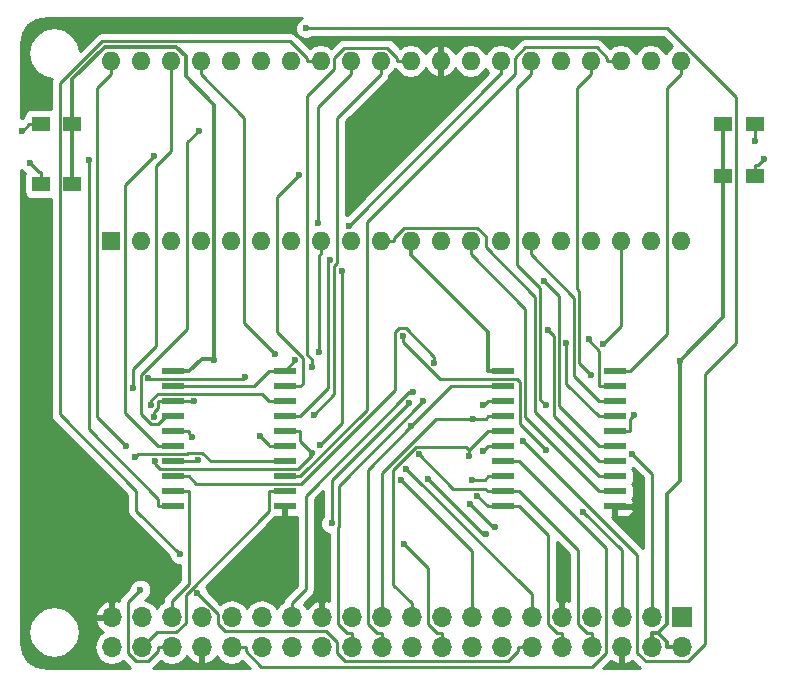
<source format=gbr>
G04 #@! TF.FileFunction,Copper,L2,Bot,Signal*
%FSLAX46Y46*%
G04 Gerber Fmt 4.6, Leading zero omitted, Abs format (unit mm)*
G04 Created by KiCad (PCBNEW 4.0.7) date 01/21/18 10:34:35*
%MOMM*%
%LPD*%
G01*
G04 APERTURE LIST*
%ADD10C,0.100000*%
%ADD11R,1.700000X1.700000*%
%ADD12O,1.700000X1.700000*%
%ADD13R,1.600000X1.600000*%
%ADD14O,1.600000X1.600000*%
%ADD15R,1.500000X1.300000*%
%ADD16R,1.950000X0.600000*%
%ADD17C,0.600000*%
%ADD18C,0.350000*%
%ADD19C,0.250000*%
%ADD20C,0.254000*%
G04 APERTURE END LIST*
D10*
D11*
X149454000Y-112878000D03*
D12*
X149454000Y-115418000D03*
X146914000Y-112878000D03*
X146914000Y-115418000D03*
X144374000Y-112878000D03*
X144374000Y-115418000D03*
X141834000Y-112878000D03*
X141834000Y-115418000D03*
X139294000Y-112878000D03*
X139294000Y-115418000D03*
X136754000Y-112878000D03*
X136754000Y-115418000D03*
X134214000Y-112878000D03*
X134214000Y-115418000D03*
X131674000Y-112878000D03*
X131674000Y-115418000D03*
X129134000Y-112878000D03*
X129134000Y-115418000D03*
X126594000Y-112878000D03*
X126594000Y-115418000D03*
X124054000Y-112878000D03*
X124054000Y-115418000D03*
X121514000Y-112878000D03*
X121514000Y-115418000D03*
X118974000Y-112878000D03*
X118974000Y-115418000D03*
X116434000Y-112878000D03*
X116434000Y-115418000D03*
X113894000Y-112878000D03*
X113894000Y-115418000D03*
X111354000Y-112878000D03*
X111354000Y-115418000D03*
X108814000Y-112878000D03*
X108814000Y-115418000D03*
X106274000Y-112878000D03*
X106274000Y-115418000D03*
X103734000Y-112878000D03*
X103734000Y-115418000D03*
X101194000Y-112878000D03*
X101194000Y-115418000D03*
D13*
X101092000Y-81026000D03*
D14*
X149352000Y-65786000D03*
X103632000Y-81026000D03*
X146812000Y-65786000D03*
X106172000Y-81026000D03*
X144272000Y-65786000D03*
X108712000Y-81026000D03*
X141732000Y-65786000D03*
X111252000Y-81026000D03*
X139192000Y-65786000D03*
X113792000Y-81026000D03*
X136652000Y-65786000D03*
X116332000Y-81026000D03*
X134112000Y-65786000D03*
X118872000Y-81026000D03*
X131572000Y-65786000D03*
X121412000Y-81026000D03*
X129032000Y-65786000D03*
X123952000Y-81026000D03*
X126492000Y-65786000D03*
X126492000Y-81026000D03*
X123952000Y-65786000D03*
X129032000Y-81026000D03*
X121412000Y-65786000D03*
X131572000Y-81026000D03*
X118872000Y-65786000D03*
X134112000Y-81026000D03*
X116332000Y-65786000D03*
X136652000Y-81026000D03*
X113792000Y-65786000D03*
X139192000Y-81026000D03*
X111252000Y-65786000D03*
X141732000Y-81026000D03*
X108712000Y-65786000D03*
X144272000Y-81026000D03*
X106172000Y-65786000D03*
X146812000Y-81026000D03*
X103632000Y-65786000D03*
X149352000Y-81026000D03*
X101092000Y-65786000D03*
D15*
X97870000Y-76200000D03*
X95170000Y-76200000D03*
X97870000Y-71120000D03*
X95170000Y-71120000D03*
X152955000Y-71120000D03*
X155655000Y-71120000D03*
X152955000Y-75565000D03*
X155655000Y-75565000D03*
D16*
X143765000Y-92075000D03*
X143765000Y-93345000D03*
X143765000Y-94615000D03*
X143765000Y-95885000D03*
X143765000Y-97155000D03*
X143765000Y-98425000D03*
X143765000Y-99695000D03*
X143765000Y-100965000D03*
X143765000Y-102235000D03*
X143765000Y-103505000D03*
X134365000Y-103505000D03*
X134365000Y-102235000D03*
X134365000Y-100965000D03*
X134365000Y-99695000D03*
X134365000Y-98425000D03*
X134365000Y-97155000D03*
X134365000Y-95885000D03*
X134365000Y-94615000D03*
X134365000Y-93345000D03*
X134365000Y-92075000D03*
X115825000Y-92075000D03*
X115825000Y-93345000D03*
X115825000Y-94615000D03*
X115825000Y-95885000D03*
X115825000Y-97155000D03*
X115825000Y-98425000D03*
X115825000Y-99695000D03*
X115825000Y-100965000D03*
X115825000Y-102235000D03*
X115825000Y-103505000D03*
X106425000Y-103505000D03*
X106425000Y-102235000D03*
X106425000Y-100965000D03*
X106425000Y-99695000D03*
X106425000Y-98425000D03*
X106425000Y-97155000D03*
X106425000Y-95885000D03*
X106425000Y-94615000D03*
X106425000Y-93345000D03*
X106425000Y-92075000D03*
D17*
X149291800Y-91163100D03*
X109893100Y-91064500D03*
X145257200Y-99059700D03*
X141130200Y-103933300D03*
X127225600Y-99100900D03*
X132162700Y-102634600D03*
X126131600Y-100293900D03*
X107968700Y-97631200D03*
X108443000Y-110851700D03*
X108459600Y-99606600D03*
X118132800Y-98974000D03*
X125656000Y-101280900D03*
X104862400Y-99693300D03*
X104528400Y-94924100D03*
X116715200Y-91147100D03*
X126326500Y-94760700D03*
X119804300Y-104938600D03*
X125940600Y-106688400D03*
X131479100Y-99273900D03*
X131770700Y-96093400D03*
X112477200Y-92523200D03*
X104290800Y-92645500D03*
X126564700Y-96704400D03*
X132628000Y-98845100D03*
X132642900Y-94948700D03*
X127580500Y-94594800D03*
X126694000Y-93803700D03*
X131656100Y-101229400D03*
X108125500Y-94599100D03*
X104786000Y-95919800D03*
X103627300Y-110541900D03*
X103182100Y-99297700D03*
X141762500Y-92355700D03*
X137925500Y-98734400D03*
X125822700Y-89063400D03*
X137923600Y-94948700D03*
X137801100Y-84405600D03*
X119655800Y-82636900D03*
X121263200Y-79722400D03*
X145409000Y-95797500D03*
X118772400Y-90466700D03*
X108544800Y-71677600D03*
X138096600Y-88569000D03*
X118172200Y-91718500D03*
X118291800Y-95763900D03*
X139695100Y-89661800D03*
X118806500Y-98314000D03*
X120709000Y-83590000D03*
X118622400Y-79536600D03*
X106967300Y-107564000D03*
X141601200Y-89300400D03*
X131554200Y-103293700D03*
X133670200Y-105215000D03*
X127984900Y-101190100D03*
X132896500Y-105817500D03*
X136031900Y-97941200D03*
X117631900Y-62996700D03*
X115029300Y-90560000D03*
X128495800Y-91332900D03*
X142748600Y-89710000D03*
X102957800Y-93453900D03*
X102432600Y-98394600D03*
X113739300Y-97514500D03*
X99241500Y-74169300D03*
X117012100Y-75480300D03*
X104746300Y-73863400D03*
X94249000Y-74400700D03*
X93620800Y-71759600D03*
X155623100Y-72583500D03*
X156398800Y-74083200D03*
D18*
X152955000Y-71120000D02*
X152955000Y-75565000D01*
X146914000Y-115418000D02*
X146914000Y-114192700D01*
X152955000Y-75565000D02*
X152955000Y-76590300D01*
X152955000Y-87499900D02*
X149291800Y-91163100D01*
X152955000Y-76590300D02*
X152955000Y-87499900D01*
X149454000Y-115418000D02*
X148228700Y-115418000D01*
X148228700Y-114999600D02*
X148228700Y-115418000D01*
X147421800Y-114192700D02*
X148228700Y-114999600D01*
X147421800Y-114192700D02*
X146914000Y-114192700D01*
X149291800Y-101356000D02*
X149291800Y-91163100D01*
X148178200Y-102469600D02*
X149291800Y-101356000D01*
X148178200Y-113436300D02*
X148178200Y-102469600D01*
X147421800Y-114192700D02*
X148178200Y-113436300D01*
X133014700Y-88724000D02*
X133014700Y-92075000D01*
X126492000Y-82201300D02*
X133014700Y-88724000D01*
X126492000Y-81026000D02*
X126492000Y-82201300D01*
X134365000Y-92075000D02*
X133014700Y-92075000D01*
X97870000Y-76200000D02*
X97870000Y-75174700D01*
X97870000Y-71120000D02*
X97870000Y-75174700D01*
X106425000Y-92075000D02*
X107775300Y-92075000D01*
X108826700Y-91023600D02*
X107775300Y-92075000D01*
X109852200Y-91023600D02*
X108826700Y-91023600D01*
X109893000Y-90982800D02*
X109852200Y-91023600D01*
X109893000Y-69552300D02*
X109893000Y-90982800D01*
X107442000Y-67101300D02*
X109893000Y-69552300D01*
X107442000Y-65388900D02*
X107442000Y-67101300D01*
X106660500Y-64607400D02*
X107442000Y-65388900D01*
X100597300Y-64607400D02*
X106660500Y-64607400D01*
X97870000Y-67334700D02*
X100597300Y-64607400D01*
X97870000Y-71120000D02*
X97870000Y-67334700D01*
X109852200Y-91023600D02*
X109893100Y-91064500D01*
D19*
X146914000Y-100716500D02*
X145257200Y-99059700D01*
X146914000Y-111702700D02*
X146914000Y-100716500D01*
X146914000Y-112878000D02*
X146914000Y-111702700D01*
X144374000Y-107177100D02*
X144374000Y-112878000D01*
X141130200Y-103933300D02*
X144374000Y-107177100D01*
X134365000Y-102235000D02*
X135665300Y-102235000D01*
X141834000Y-115418000D02*
X141834000Y-114242700D01*
X141466600Y-114242700D02*
X141834000Y-114242700D01*
X140658700Y-113434800D02*
X141466600Y-114242700D01*
X140658700Y-107228400D02*
X140658700Y-113434800D01*
X135665300Y-102235000D02*
X140658700Y-107228400D01*
X130120700Y-101996000D02*
X127225600Y-99100900D01*
X132825700Y-101996000D02*
X130120700Y-101996000D01*
X133064700Y-102235000D02*
X132825700Y-101996000D01*
X134365000Y-102235000D02*
X133064700Y-102235000D01*
X139294000Y-115418000D02*
X139294000Y-114242700D01*
X138926600Y-114242700D02*
X139294000Y-114242700D01*
X138118700Y-113434800D02*
X138926600Y-114242700D01*
X138118700Y-105958400D02*
X138118700Y-113434800D01*
X135665300Y-103505000D02*
X138118700Y-105958400D01*
X134365000Y-103505000D02*
X135665300Y-103505000D01*
X133033100Y-103505000D02*
X134365000Y-103505000D01*
X132162700Y-102634600D02*
X133033100Y-103505000D01*
X107725300Y-97387800D02*
X107968700Y-97631200D01*
X107725300Y-97155000D02*
X107725300Y-97387800D01*
X106425000Y-97155000D02*
X107725300Y-97155000D01*
X136754000Y-110916300D02*
X126131600Y-100293900D01*
X136754000Y-112878000D02*
X136754000Y-110916300D01*
X135578700Y-115785400D02*
X135578700Y-115418000D01*
X134770800Y-116593300D02*
X135578700Y-115785400D01*
X120961600Y-116593300D02*
X134770800Y-116593300D01*
X120244000Y-115875700D02*
X120961600Y-116593300D01*
X120244000Y-114952800D02*
X120244000Y-115875700D01*
X119369400Y-114078200D02*
X120244000Y-114952800D01*
X110794600Y-114078200D02*
X119369400Y-114078200D01*
X110178600Y-113462200D02*
X110794600Y-114078200D01*
X110178600Y-112580300D02*
X110178600Y-113462200D01*
X108450000Y-110851700D02*
X110178600Y-112580300D01*
X108443000Y-110851700D02*
X108450000Y-110851700D01*
X136754000Y-115418000D02*
X135578700Y-115418000D01*
X108371200Y-99695000D02*
X108459600Y-99606600D01*
X106425000Y-99695000D02*
X108371200Y-99695000D01*
X131674000Y-107298900D02*
X125656000Y-101280900D01*
X131674000Y-112878000D02*
X131674000Y-107298900D01*
X104862400Y-99875700D02*
X104862400Y-99693300D01*
X105307100Y-100320400D02*
X104862400Y-99875700D01*
X116959800Y-100320400D02*
X105307100Y-100320400D01*
X118132800Y-99147400D02*
X116959800Y-100320400D01*
X118132800Y-98974000D02*
X118132800Y-99147400D01*
X117125300Y-97966500D02*
X118132800Y-98974000D01*
X117125300Y-97155000D02*
X117125300Y-97966500D01*
X115825000Y-97155000D02*
X117125300Y-97155000D01*
X104528400Y-94520200D02*
X104528400Y-94924100D01*
X105078200Y-93970400D02*
X104528400Y-94520200D01*
X113880100Y-93970400D02*
X105078200Y-93970400D01*
X114524700Y-94615000D02*
X113880100Y-93970400D01*
X115825000Y-94615000D02*
X114524700Y-94615000D01*
X115825000Y-92037300D02*
X115825000Y-92075000D01*
X116715200Y-91147100D02*
X115825000Y-92037300D01*
X113254700Y-93345000D02*
X106425000Y-93345000D01*
X114524700Y-92075000D02*
X113254700Y-93345000D01*
X115825000Y-92075000D02*
X114524700Y-92075000D01*
X119804300Y-101282900D02*
X119804300Y-104938600D01*
X126326500Y-94760700D02*
X119804300Y-101282900D01*
X128766600Y-114242700D02*
X129134000Y-114242700D01*
X127958700Y-113434800D02*
X128766600Y-114242700D01*
X127958700Y-108706500D02*
X127958700Y-113434800D01*
X125940600Y-106688400D02*
X127958700Y-108706500D01*
X129134000Y-115418000D02*
X129134000Y-114242700D01*
X134365000Y-97155000D02*
X133064700Y-97155000D01*
X126594000Y-112878000D02*
X126594000Y-111702700D01*
X125015500Y-110124200D02*
X126594000Y-111702700D01*
X125015500Y-100416100D02*
X125015500Y-110124200D01*
X126976600Y-98455000D02*
X125015500Y-100416100D01*
X131193500Y-98455000D02*
X126976600Y-98455000D01*
X131479100Y-98740600D02*
X131193500Y-98455000D01*
X131479100Y-99273900D02*
X131479100Y-98740600D01*
X131479100Y-98740600D02*
X133064700Y-97155000D01*
X134365000Y-95885000D02*
X133064700Y-95885000D01*
X132856300Y-96093400D02*
X131770700Y-96093400D01*
X133064700Y-95885000D02*
X132856300Y-96093400D01*
X124054000Y-100714400D02*
X124054000Y-112878000D01*
X128675000Y-96093400D02*
X124054000Y-100714400D01*
X131770700Y-96093400D02*
X128675000Y-96093400D01*
X134365000Y-93345000D02*
X133064700Y-93345000D01*
X124054000Y-115418000D02*
X124054000Y-114242700D01*
X104345700Y-92700400D02*
X104290800Y-92645500D01*
X112300000Y-92700400D02*
X104345700Y-92700400D01*
X112477200Y-92523200D02*
X112300000Y-92700400D01*
X129924100Y-93345000D02*
X133064700Y-93345000D01*
X126564700Y-96704400D02*
X129924100Y-93345000D01*
X123686600Y-114242700D02*
X124054000Y-114242700D01*
X122878700Y-113434800D02*
X123686600Y-114242700D01*
X122878700Y-100390400D02*
X122878700Y-113434800D01*
X126564700Y-96704400D02*
X122878700Y-100390400D01*
X132644600Y-98845100D02*
X133064700Y-98425000D01*
X132628000Y-98845100D02*
X132644600Y-98845100D01*
X134365000Y-98425000D02*
X133064700Y-98425000D01*
X132731000Y-94948700D02*
X133064700Y-94615000D01*
X132642900Y-94948700D02*
X132731000Y-94948700D01*
X134365000Y-94615000D02*
X133064700Y-94615000D01*
X121514000Y-115418000D02*
X121514000Y-114242700D01*
X120429600Y-101745700D02*
X127580500Y-94594800D01*
X120429600Y-105197700D02*
X120429600Y-101745700D01*
X120338700Y-105288600D02*
X120429600Y-105197700D01*
X120338700Y-113434800D02*
X120338700Y-105288600D01*
X121146600Y-114242700D02*
X120338700Y-113434800D01*
X121514000Y-114242700D02*
X121146600Y-114242700D01*
X116434000Y-112878000D02*
X116434000Y-111702700D01*
X117609300Y-110527400D02*
X116434000Y-111702700D01*
X117609300Y-102593600D02*
X117609300Y-110527400D01*
X126399200Y-93803700D02*
X117609300Y-102593600D01*
X126694000Y-93803700D02*
X126399200Y-93803700D01*
X143010900Y-107040600D02*
X135665300Y-99695000D01*
X143010900Y-115936500D02*
X143010900Y-107040600D01*
X141890600Y-117056800D02*
X143010900Y-115936500D01*
X113800800Y-117056800D02*
X141890600Y-117056800D01*
X112529300Y-115785300D02*
X113800800Y-117056800D01*
X112529300Y-115418000D02*
X112529300Y-115785300D01*
X111354000Y-115418000D02*
X112529300Y-115418000D01*
X134365000Y-99695000D02*
X135665300Y-99695000D01*
X132800300Y-101229400D02*
X133064700Y-100965000D01*
X131656100Y-101229400D02*
X132800300Y-101229400D01*
X134365000Y-100965000D02*
X133064700Y-100965000D01*
X106425000Y-102235000D02*
X107725300Y-102235000D01*
X106274000Y-112878000D02*
X106274000Y-111702700D01*
X106274000Y-111499500D02*
X106274000Y-111702700D01*
X107725300Y-110048200D02*
X106274000Y-111499500D01*
X107725300Y-102235000D02*
X107725300Y-110048200D01*
X108109600Y-94615000D02*
X106425000Y-94615000D01*
X108125500Y-94599100D02*
X108109600Y-94615000D01*
X105098700Y-115785400D02*
X105098700Y-115418000D01*
X104290800Y-116593300D02*
X105098700Y-115785400D01*
X103218600Y-116593300D02*
X104290800Y-116593300D01*
X102553900Y-115928600D02*
X103218600Y-116593300D01*
X102553900Y-111615300D02*
X102553900Y-115928600D01*
X103627300Y-110541900D02*
X102553900Y-111615300D01*
X106274000Y-115418000D02*
X105098700Y-115418000D01*
X106425000Y-94615000D02*
X105124700Y-94615000D01*
X105124700Y-94636000D02*
X105124700Y-94615000D01*
X105153700Y-94665000D02*
X105124700Y-94636000D01*
X105153700Y-95183200D02*
X105153700Y-94665000D01*
X104786000Y-95550900D02*
X105153700Y-95183200D01*
X104786000Y-95919800D02*
X104786000Y-95550900D01*
X115825000Y-102235000D02*
X114524700Y-102235000D01*
X105004000Y-114148000D02*
X103734000Y-115418000D01*
X106670800Y-114148000D02*
X105004000Y-114148000D01*
X107449400Y-113369400D02*
X106670800Y-114148000D01*
X107449400Y-110961000D02*
X107449400Y-113369400D01*
X114524700Y-103885700D02*
X107449400Y-110961000D01*
X114524700Y-102235000D02*
X114524700Y-103885700D01*
X103418400Y-99061400D02*
X103182100Y-99297700D01*
X107585700Y-99061400D02*
X103418400Y-99061400D01*
X107672300Y-98974800D02*
X107585700Y-99061400D01*
X108864100Y-98974800D02*
X107672300Y-98974800D01*
X109584300Y-99695000D02*
X108864100Y-98974800D01*
X115825000Y-99695000D02*
X109584300Y-99695000D01*
X144272000Y-65786000D02*
X143146700Y-65786000D01*
X115825000Y-100965000D02*
X117125300Y-100965000D01*
X122769600Y-95320700D02*
X117125300Y-100965000D01*
X122769600Y-79419400D02*
X122769600Y-95320700D01*
X135308100Y-66880900D02*
X122769600Y-79419400D01*
X135308100Y-65506100D02*
X135308100Y-66880900D01*
X136174500Y-64639700D02*
X135308100Y-65506100D01*
X142281700Y-64639700D02*
X136174500Y-64639700D01*
X143146700Y-65504700D02*
X142281700Y-64639700D01*
X143146700Y-65786000D02*
X143146700Y-65504700D01*
X141732000Y-65786000D02*
X141732000Y-66911300D01*
X140606700Y-68036600D02*
X141732000Y-66911300D01*
X140606700Y-85092800D02*
X140606700Y-68036600D01*
X140770700Y-85256800D02*
X140606700Y-85092800D01*
X140770700Y-91363900D02*
X140770700Y-85256800D01*
X141762500Y-92355700D02*
X140770700Y-91363900D01*
X135737700Y-96546600D02*
X137925500Y-98734400D01*
X135737700Y-92979500D02*
X135737700Y-96546600D01*
X135477800Y-92719600D02*
X135737700Y-92979500D01*
X128953800Y-92719600D02*
X135477800Y-92719600D01*
X125822700Y-89588500D02*
X128953800Y-92719600D01*
X125822700Y-89063400D02*
X125822700Y-89588500D01*
X136652000Y-65786000D02*
X136652000Y-66911300D01*
X137471300Y-94496400D02*
X137923600Y-94948700D01*
X137471300Y-84974600D02*
X137471300Y-94496400D01*
X135526700Y-83030000D02*
X137471300Y-84974600D01*
X135526700Y-68036600D02*
X135526700Y-83030000D01*
X136652000Y-66911300D02*
X135526700Y-68036600D01*
X143765000Y-98425000D02*
X142464700Y-98425000D01*
X139069800Y-95030100D02*
X142464700Y-98425000D01*
X139069800Y-85674300D02*
X139069800Y-95030100D01*
X137801100Y-84405600D02*
X139069800Y-85674300D01*
X119546800Y-82745900D02*
X119655800Y-82636900D01*
X119546800Y-93463500D02*
X119546800Y-82745900D01*
X117125300Y-95885000D02*
X119546800Y-93463500D01*
X134074300Y-66911300D02*
X134112000Y-66911300D01*
X121263200Y-79722400D02*
X134074300Y-66911300D01*
X134112000Y-65786000D02*
X134112000Y-66911300D01*
X115825000Y-95885000D02*
X117125300Y-95885000D01*
X145065300Y-96141200D02*
X145409000Y-95797500D01*
X145065300Y-97155000D02*
X145065300Y-96141200D01*
X118772400Y-82250900D02*
X118872000Y-82151300D01*
X118772400Y-90466700D02*
X118772400Y-82250900D01*
X118872000Y-81026000D02*
X118872000Y-82151300D01*
X143765000Y-97155000D02*
X145065300Y-97155000D01*
X105784800Y-95885000D02*
X106425000Y-95885000D01*
X105124600Y-96545200D02*
X105784800Y-95885000D01*
X104505100Y-96545200D02*
X105124600Y-96545200D01*
X103665500Y-95705600D02*
X104505100Y-96545200D01*
X103665500Y-92386500D02*
X103665500Y-95705600D01*
X107541900Y-88510100D02*
X103665500Y-92386500D01*
X107541900Y-72680500D02*
X107541900Y-88510100D01*
X108544800Y-71677600D02*
X107541900Y-72680500D01*
X143765000Y-99695000D02*
X142464700Y-99695000D01*
X138619500Y-95849800D02*
X142464700Y-99695000D01*
X138619500Y-89091900D02*
X138619500Y-95849800D01*
X138096600Y-88569000D02*
X138619500Y-89091900D01*
X143765000Y-100965000D02*
X142464700Y-100965000D01*
X123952000Y-81026000D02*
X125077300Y-81026000D01*
X137021000Y-95521300D02*
X142464700Y-100965000D01*
X137021000Y-85735200D02*
X137021000Y-95521300D01*
X132842000Y-81556200D02*
X137021000Y-85735200D01*
X132842000Y-80624900D02*
X132842000Y-81556200D01*
X132117800Y-79900700D02*
X132842000Y-80624900D01*
X125921200Y-79900700D02*
X132117800Y-79900700D01*
X125077300Y-80744600D02*
X125921200Y-79900700D01*
X125077300Y-81026000D02*
X125077300Y-80744600D01*
X126492000Y-65786000D02*
X125366700Y-65786000D01*
X118172200Y-91079700D02*
X118172200Y-91718500D01*
X117719200Y-90626700D02*
X118172200Y-91079700D01*
X117719200Y-68739000D02*
X117719200Y-90626700D01*
X119997400Y-66460800D02*
X117719200Y-68739000D01*
X119997400Y-65532900D02*
X119997400Y-66460800D01*
X120869600Y-64660700D02*
X119997400Y-65532900D01*
X124522800Y-64660700D02*
X120869600Y-64660700D01*
X125366700Y-65504600D02*
X124522800Y-64660700D01*
X125366700Y-65786000D02*
X125366700Y-65504600D01*
X123952000Y-65786000D02*
X123952000Y-66911300D01*
X120281100Y-70582200D02*
X123952000Y-66911300D01*
X120281100Y-82896000D02*
X120281100Y-70582200D01*
X120041700Y-83135400D02*
X120281100Y-82896000D01*
X120041700Y-94014000D02*
X120041700Y-83135400D01*
X118291800Y-95763900D02*
X120041700Y-94014000D01*
X139695100Y-93115400D02*
X139695100Y-89661800D01*
X142464700Y-95885000D02*
X139695100Y-93115400D01*
X143765000Y-95885000D02*
X142464700Y-95885000D01*
X120709000Y-96411500D02*
X120709000Y-83590000D01*
X118806500Y-98314000D02*
X120709000Y-96411500D01*
X118622400Y-69700900D02*
X118622400Y-79536600D01*
X121412000Y-66911300D02*
X118622400Y-69700900D01*
X121412000Y-65786000D02*
X121412000Y-66911300D01*
X143765000Y-102235000D02*
X142464700Y-102235000D01*
X136188000Y-95958300D02*
X142464700Y-102235000D01*
X136188000Y-86767300D02*
X136188000Y-95958300D01*
X131572000Y-82151300D02*
X136188000Y-86767300D01*
X131572000Y-81026000D02*
X131572000Y-82151300D01*
X103281700Y-103878400D02*
X106967300Y-107564000D01*
X103281700Y-102189200D02*
X103281700Y-103878400D01*
X96794600Y-95702100D02*
X103281700Y-102189200D01*
X96794600Y-67688000D02*
X96794600Y-95702100D01*
X100388500Y-64094100D02*
X96794600Y-67688000D01*
X116275600Y-64094100D02*
X100388500Y-64094100D01*
X117746700Y-65565200D02*
X116275600Y-64094100D01*
X117746700Y-65786000D02*
X117746700Y-65565200D01*
X118872000Y-65786000D02*
X117746700Y-65786000D01*
X143765000Y-93345000D02*
X142464700Y-93345000D01*
X142464700Y-90310400D02*
X142464700Y-93345000D01*
X141601200Y-89446900D02*
X142464700Y-90310400D01*
X141601200Y-89300400D02*
X141601200Y-89446900D01*
X133475500Y-105215000D02*
X133670200Y-105215000D01*
X131554200Y-103293700D02*
X133475500Y-105215000D01*
X143765000Y-94615000D02*
X142464700Y-94615000D01*
X136652000Y-81026000D02*
X136652000Y-82151300D01*
X140320400Y-85819700D02*
X136652000Y-82151300D01*
X140320400Y-92470700D02*
X140320400Y-85819700D01*
X142464700Y-94615000D02*
X140320400Y-92470700D01*
X132612300Y-105817500D02*
X132896500Y-105817500D01*
X127984900Y-101190100D02*
X132612300Y-105817500D01*
X145701400Y-107610700D02*
X136031900Y-97941200D01*
X145701400Y-115899600D02*
X145701400Y-107610700D01*
X146395200Y-116593400D02*
X145701400Y-115899600D01*
X150006700Y-116593400D02*
X146395200Y-116593400D01*
X151411200Y-115188900D02*
X150006700Y-116593400D01*
X151411200Y-92265800D02*
X151411200Y-115188900D01*
X154030400Y-89646600D02*
X151411200Y-92265800D01*
X154030400Y-68816900D02*
X154030400Y-89646600D01*
X148210200Y-62996700D02*
X154030400Y-68816900D01*
X117631900Y-62996700D02*
X148210200Y-62996700D01*
X112413800Y-70613100D02*
X108712000Y-66911300D01*
X112413800Y-87944500D02*
X112413800Y-70613100D01*
X115029300Y-90560000D02*
X112413800Y-87944500D01*
X108712000Y-65786000D02*
X108712000Y-66911300D01*
X144272000Y-88186600D02*
X144272000Y-81026000D01*
X142748600Y-89710000D02*
X144272000Y-88186600D01*
X106425000Y-100965000D02*
X107725300Y-100965000D01*
X128495800Y-90830600D02*
X128495800Y-91332900D01*
X126079100Y-88413900D02*
X128495800Y-90830600D01*
X125522200Y-88413900D02*
X126079100Y-88413900D01*
X125160400Y-88775700D02*
X125522200Y-88413900D01*
X125160400Y-93633700D02*
X125160400Y-88775700D01*
X117203800Y-101590300D02*
X125160400Y-93633700D01*
X108350600Y-101590300D02*
X117203800Y-101590300D01*
X107725300Y-100965000D02*
X108350600Y-101590300D01*
X106172000Y-73403700D02*
X106172000Y-65786000D01*
X104902000Y-74673700D02*
X106172000Y-73403700D01*
X104902000Y-89896500D02*
X104902000Y-74673700D01*
X102957800Y-91840700D02*
X104902000Y-89896500D01*
X102957800Y-93453900D02*
X102957800Y-91840700D01*
X99966700Y-68036600D02*
X101092000Y-66911300D01*
X99966700Y-95928700D02*
X99966700Y-68036600D01*
X102432600Y-98394600D02*
X99966700Y-95928700D01*
X101092000Y-65786000D02*
X101092000Y-66911300D01*
X114524700Y-98299900D02*
X114524700Y-98425000D01*
X113739300Y-97514500D02*
X114524700Y-98299900D01*
X115825000Y-98425000D02*
X114524700Y-98425000D01*
X105124700Y-102870600D02*
X105124700Y-103505000D01*
X99241500Y-96987400D02*
X105124700Y-102870600D01*
X99241500Y-74169300D02*
X99241500Y-96987400D01*
X106425000Y-103505000D02*
X105124700Y-103505000D01*
X117372000Y-93098300D02*
X117125300Y-93345000D01*
X117372000Y-90919500D02*
X117372000Y-93098300D01*
X115183900Y-88731400D02*
X117372000Y-90919500D01*
X115183900Y-77308500D02*
X115183900Y-88731400D01*
X117012100Y-75480300D02*
X115183900Y-77308500D01*
X115825000Y-93345000D02*
X117125300Y-93345000D01*
X148226700Y-88913600D02*
X145065300Y-92075000D01*
X148226700Y-68036600D02*
X148226700Y-88913600D01*
X149352000Y-66911300D02*
X148226700Y-68036600D01*
X149352000Y-65786000D02*
X149352000Y-66911300D01*
X143765000Y-92075000D02*
X145065300Y-92075000D01*
X102328100Y-95628400D02*
X105124700Y-98425000D01*
X102328100Y-76281600D02*
X102328100Y-95628400D01*
X104746300Y-73863400D02*
X102328100Y-76281600D01*
X106425000Y-98425000D02*
X105124700Y-98425000D01*
X95073000Y-75224700D02*
X95170000Y-75224700D01*
X94249000Y-74400700D02*
X95073000Y-75224700D01*
X95170000Y-76200000D02*
X95170000Y-75224700D01*
X94094700Y-71285700D02*
X94094700Y-71120000D01*
X93620800Y-71759600D02*
X94094700Y-71285700D01*
X95170000Y-71120000D02*
X94094700Y-71120000D01*
X155655000Y-72551600D02*
X155655000Y-71120000D01*
X155623100Y-72583500D02*
X155655000Y-72551600D01*
X155892300Y-74589700D02*
X155655000Y-74589700D01*
X156398800Y-74083200D02*
X155892300Y-74589700D01*
X155655000Y-75565000D02*
X155655000Y-74589700D01*
D20*
G36*
X144501000Y-115291000D02*
X144521000Y-115291000D01*
X144521000Y-115545000D01*
X144501000Y-115545000D01*
X144501000Y-116738155D01*
X144730890Y-116859476D01*
X145140924Y-116689645D01*
X145285179Y-116558181D01*
X145857799Y-117130801D01*
X145956573Y-117196800D01*
X142825402Y-117196800D01*
X143463449Y-116558753D01*
X143607076Y-116689645D01*
X144017110Y-116859476D01*
X144247000Y-116738155D01*
X144247000Y-115545000D01*
X144227000Y-115545000D01*
X144227000Y-115291000D01*
X144247000Y-115291000D01*
X144247000Y-115271000D01*
X144501000Y-115271000D01*
X144501000Y-115291000D01*
X144501000Y-115291000D01*
G37*
X144501000Y-115291000D02*
X144521000Y-115291000D01*
X144521000Y-115545000D01*
X144501000Y-115545000D01*
X144501000Y-116738155D01*
X144730890Y-116859476D01*
X145140924Y-116689645D01*
X145285179Y-116558181D01*
X145857799Y-117130801D01*
X145956573Y-117196800D01*
X142825402Y-117196800D01*
X143463449Y-116558753D01*
X143607076Y-116689645D01*
X144017110Y-116859476D01*
X144247000Y-116738155D01*
X144247000Y-115545000D01*
X144227000Y-115545000D01*
X144227000Y-115291000D01*
X144247000Y-115291000D01*
X144247000Y-115271000D01*
X144501000Y-115271000D01*
X144501000Y-115291000D01*
G36*
X108941000Y-115291000D02*
X108961000Y-115291000D01*
X108961000Y-115545000D01*
X108941000Y-115545000D01*
X108941000Y-116738155D01*
X109170890Y-116859476D01*
X109580924Y-116689645D01*
X110009183Y-116299358D01*
X110076298Y-116156447D01*
X110303946Y-116497147D01*
X110785715Y-116819054D01*
X111354000Y-116932093D01*
X111922285Y-116819054D01*
X112261558Y-116592360D01*
X112865998Y-117196800D01*
X104729277Y-117196800D01*
X104828201Y-117130701D01*
X105366502Y-116592400D01*
X105705715Y-116819054D01*
X106274000Y-116932093D01*
X106842285Y-116819054D01*
X107324054Y-116497147D01*
X107551702Y-116156447D01*
X107618817Y-116299358D01*
X108047076Y-116689645D01*
X108457110Y-116859476D01*
X108687000Y-116738155D01*
X108687000Y-115545000D01*
X108667000Y-115545000D01*
X108667000Y-115291000D01*
X108687000Y-115291000D01*
X108687000Y-115271000D01*
X108941000Y-115271000D01*
X108941000Y-115291000D01*
X108941000Y-115291000D01*
G37*
X108941000Y-115291000D02*
X108961000Y-115291000D01*
X108961000Y-115545000D01*
X108941000Y-115545000D01*
X108941000Y-116738155D01*
X109170890Y-116859476D01*
X109580924Y-116689645D01*
X110009183Y-116299358D01*
X110076298Y-116156447D01*
X110303946Y-116497147D01*
X110785715Y-116819054D01*
X111354000Y-116932093D01*
X111922285Y-116819054D01*
X112261558Y-116592360D01*
X112865998Y-117196800D01*
X104729277Y-117196800D01*
X104828201Y-117130701D01*
X105366502Y-116592400D01*
X105705715Y-116819054D01*
X106274000Y-116932093D01*
X106842285Y-116819054D01*
X107324054Y-116497147D01*
X107551702Y-116156447D01*
X107618817Y-116299358D01*
X108047076Y-116689645D01*
X108457110Y-116859476D01*
X108687000Y-116738155D01*
X108687000Y-115545000D01*
X108667000Y-115545000D01*
X108667000Y-115291000D01*
X108687000Y-115291000D01*
X108687000Y-115271000D01*
X108941000Y-115271000D01*
X108941000Y-115291000D01*
G36*
X93718673Y-75192892D02*
X93856389Y-75250077D01*
X93823569Y-75298110D01*
X93772560Y-75550000D01*
X93772560Y-76850000D01*
X93816838Y-77085317D01*
X93955910Y-77301441D01*
X94168110Y-77446431D01*
X94420000Y-77497440D01*
X95920000Y-77497440D01*
X96034600Y-77475876D01*
X96034600Y-95702100D01*
X96092452Y-95992939D01*
X96257199Y-96239501D01*
X102521700Y-102504002D01*
X102521700Y-103878400D01*
X102579552Y-104169239D01*
X102744299Y-104415801D01*
X106032178Y-107703681D01*
X106032138Y-107749167D01*
X106174183Y-108092943D01*
X106436973Y-108356192D01*
X106780501Y-108498838D01*
X106965300Y-108498999D01*
X106965300Y-109733398D01*
X105736599Y-110962099D01*
X105571852Y-111208661D01*
X105514000Y-111499500D01*
X105514000Y-111605046D01*
X105223946Y-111798853D01*
X105004000Y-112128026D01*
X104784054Y-111798853D01*
X104302285Y-111476946D01*
X103971831Y-111411214D01*
X104156243Y-111335017D01*
X104419492Y-111072227D01*
X104562138Y-110728699D01*
X104562462Y-110356733D01*
X104420417Y-110012957D01*
X104157627Y-109749708D01*
X103814099Y-109607062D01*
X103442133Y-109606738D01*
X103098357Y-109748783D01*
X102835108Y-110011573D01*
X102692462Y-110355101D01*
X102692421Y-110401977D01*
X102016499Y-111077899D01*
X101851752Y-111324461D01*
X101808257Y-111543122D01*
X101550890Y-111436524D01*
X101321000Y-111557845D01*
X101321000Y-112751000D01*
X101341000Y-112751000D01*
X101341000Y-113005000D01*
X101321000Y-113005000D01*
X101321000Y-113025000D01*
X101067000Y-113025000D01*
X101067000Y-113005000D01*
X99873181Y-113005000D01*
X99752514Y-113234892D01*
X99998817Y-113759358D01*
X100427076Y-114149645D01*
X100427101Y-114149655D01*
X100143946Y-114338853D01*
X99822039Y-114820622D01*
X99709000Y-115388907D01*
X99709000Y-115447093D01*
X99822039Y-116015378D01*
X100143946Y-116497147D01*
X100625715Y-116819054D01*
X101194000Y-116932093D01*
X101762285Y-116819054D01*
X102126315Y-116575817D01*
X102681199Y-117130701D01*
X102780123Y-117196800D01*
X95679686Y-117196800D01*
X94812964Y-117024398D01*
X94141380Y-116575660D01*
X93692641Y-115904075D01*
X93521600Y-115044191D01*
X93521600Y-114147913D01*
X94118047Y-114147913D01*
X94285030Y-114987395D01*
X94760559Y-115699074D01*
X95472238Y-116174603D01*
X96311720Y-116341586D01*
X97151202Y-116174603D01*
X97862881Y-115699074D01*
X98338410Y-114987395D01*
X98505393Y-114147913D01*
X98338410Y-113308431D01*
X97862881Y-112596752D01*
X97749672Y-112521108D01*
X99752514Y-112521108D01*
X99873181Y-112751000D01*
X101067000Y-112751000D01*
X101067000Y-111557845D01*
X100837110Y-111436524D01*
X100427076Y-111606355D01*
X99998817Y-111996642D01*
X99752514Y-112521108D01*
X97749672Y-112521108D01*
X97151202Y-112121223D01*
X96311720Y-111954240D01*
X95472238Y-112121223D01*
X94760559Y-112596752D01*
X94285030Y-113308431D01*
X94118047Y-114147913D01*
X93521600Y-114147913D01*
X93521600Y-74995475D01*
X93718673Y-75192892D01*
X93718673Y-75192892D01*
G37*
X93718673Y-75192892D02*
X93856389Y-75250077D01*
X93823569Y-75298110D01*
X93772560Y-75550000D01*
X93772560Y-76850000D01*
X93816838Y-77085317D01*
X93955910Y-77301441D01*
X94168110Y-77446431D01*
X94420000Y-77497440D01*
X95920000Y-77497440D01*
X96034600Y-77475876D01*
X96034600Y-95702100D01*
X96092452Y-95992939D01*
X96257199Y-96239501D01*
X102521700Y-102504002D01*
X102521700Y-103878400D01*
X102579552Y-104169239D01*
X102744299Y-104415801D01*
X106032178Y-107703681D01*
X106032138Y-107749167D01*
X106174183Y-108092943D01*
X106436973Y-108356192D01*
X106780501Y-108498838D01*
X106965300Y-108498999D01*
X106965300Y-109733398D01*
X105736599Y-110962099D01*
X105571852Y-111208661D01*
X105514000Y-111499500D01*
X105514000Y-111605046D01*
X105223946Y-111798853D01*
X105004000Y-112128026D01*
X104784054Y-111798853D01*
X104302285Y-111476946D01*
X103971831Y-111411214D01*
X104156243Y-111335017D01*
X104419492Y-111072227D01*
X104562138Y-110728699D01*
X104562462Y-110356733D01*
X104420417Y-110012957D01*
X104157627Y-109749708D01*
X103814099Y-109607062D01*
X103442133Y-109606738D01*
X103098357Y-109748783D01*
X102835108Y-110011573D01*
X102692462Y-110355101D01*
X102692421Y-110401977D01*
X102016499Y-111077899D01*
X101851752Y-111324461D01*
X101808257Y-111543122D01*
X101550890Y-111436524D01*
X101321000Y-111557845D01*
X101321000Y-112751000D01*
X101341000Y-112751000D01*
X101341000Y-113005000D01*
X101321000Y-113005000D01*
X101321000Y-113025000D01*
X101067000Y-113025000D01*
X101067000Y-113005000D01*
X99873181Y-113005000D01*
X99752514Y-113234892D01*
X99998817Y-113759358D01*
X100427076Y-114149645D01*
X100427101Y-114149655D01*
X100143946Y-114338853D01*
X99822039Y-114820622D01*
X99709000Y-115388907D01*
X99709000Y-115447093D01*
X99822039Y-116015378D01*
X100143946Y-116497147D01*
X100625715Y-116819054D01*
X101194000Y-116932093D01*
X101762285Y-116819054D01*
X102126315Y-116575817D01*
X102681199Y-117130701D01*
X102780123Y-117196800D01*
X95679686Y-117196800D01*
X94812964Y-117024398D01*
X94141380Y-116575660D01*
X93692641Y-115904075D01*
X93521600Y-115044191D01*
X93521600Y-114147913D01*
X94118047Y-114147913D01*
X94285030Y-114987395D01*
X94760559Y-115699074D01*
X95472238Y-116174603D01*
X96311720Y-116341586D01*
X97151202Y-116174603D01*
X97862881Y-115699074D01*
X98338410Y-114987395D01*
X98505393Y-114147913D01*
X98338410Y-113308431D01*
X97862881Y-112596752D01*
X97749672Y-112521108D01*
X99752514Y-112521108D01*
X99873181Y-112751000D01*
X101067000Y-112751000D01*
X101067000Y-111557845D01*
X100837110Y-111436524D01*
X100427076Y-111606355D01*
X99998817Y-111996642D01*
X99752514Y-112521108D01*
X97749672Y-112521108D01*
X97151202Y-112121223D01*
X96311720Y-111954240D01*
X95472238Y-112121223D01*
X94760559Y-112596752D01*
X94285030Y-113308431D01*
X94118047Y-114147913D01*
X93521600Y-114147913D01*
X93521600Y-74995475D01*
X93718673Y-75192892D01*
G36*
X114021000Y-115291000D02*
X114041000Y-115291000D01*
X114041000Y-115545000D01*
X114021000Y-115545000D01*
X114021000Y-115565000D01*
X113767000Y-115565000D01*
X113767000Y-115545000D01*
X113747000Y-115545000D01*
X113747000Y-115291000D01*
X113767000Y-115291000D01*
X113767000Y-115271000D01*
X114021000Y-115271000D01*
X114021000Y-115291000D01*
X114021000Y-115291000D01*
G37*
X114021000Y-115291000D02*
X114041000Y-115291000D01*
X114041000Y-115545000D01*
X114021000Y-115545000D01*
X114021000Y-115565000D01*
X113767000Y-115565000D01*
X113767000Y-115545000D01*
X113747000Y-115545000D01*
X113747000Y-115291000D01*
X113767000Y-115291000D01*
X113767000Y-115271000D01*
X114021000Y-115271000D01*
X114021000Y-115291000D01*
G36*
X126721000Y-115291000D02*
X126741000Y-115291000D01*
X126741000Y-115545000D01*
X126721000Y-115545000D01*
X126721000Y-115565000D01*
X126467000Y-115565000D01*
X126467000Y-115545000D01*
X126447000Y-115545000D01*
X126447000Y-115291000D01*
X126467000Y-115291000D01*
X126467000Y-115271000D01*
X126721000Y-115271000D01*
X126721000Y-115291000D01*
X126721000Y-115291000D01*
G37*
X126721000Y-115291000D02*
X126741000Y-115291000D01*
X126741000Y-115545000D01*
X126721000Y-115545000D01*
X126721000Y-115565000D01*
X126467000Y-115565000D01*
X126467000Y-115545000D01*
X126447000Y-115545000D01*
X126447000Y-115291000D01*
X126467000Y-115291000D01*
X126467000Y-115271000D01*
X126721000Y-115271000D01*
X126721000Y-115291000D01*
G36*
X134341000Y-115291000D02*
X134361000Y-115291000D01*
X134361000Y-115545000D01*
X134341000Y-115545000D01*
X134341000Y-115565000D01*
X134087000Y-115565000D01*
X134087000Y-115545000D01*
X134067000Y-115545000D01*
X134067000Y-115291000D01*
X134087000Y-115291000D01*
X134087000Y-115271000D01*
X134341000Y-115271000D01*
X134341000Y-115291000D01*
X134341000Y-115291000D01*
G37*
X134341000Y-115291000D02*
X134361000Y-115291000D01*
X134361000Y-115545000D01*
X134341000Y-115545000D01*
X134341000Y-115565000D01*
X134087000Y-115565000D01*
X134087000Y-115545000D01*
X134067000Y-115545000D01*
X134067000Y-115291000D01*
X134087000Y-115291000D01*
X134087000Y-115271000D01*
X134341000Y-115271000D01*
X134341000Y-115291000D01*
G36*
X139898700Y-107543202D02*
X139898700Y-111539164D01*
X139650890Y-111436524D01*
X139421000Y-111557845D01*
X139421000Y-112751000D01*
X139441000Y-112751000D01*
X139441000Y-113005000D01*
X139421000Y-113005000D01*
X139421000Y-113025000D01*
X139167000Y-113025000D01*
X139167000Y-113005000D01*
X139147000Y-113005000D01*
X139147000Y-112751000D01*
X139167000Y-112751000D01*
X139167000Y-111557845D01*
X138937110Y-111436524D01*
X138878700Y-111460717D01*
X138878700Y-106523202D01*
X139898700Y-107543202D01*
X139898700Y-107543202D01*
G37*
X139898700Y-107543202D02*
X139898700Y-111539164D01*
X139650890Y-111436524D01*
X139421000Y-111557845D01*
X139421000Y-112751000D01*
X139441000Y-112751000D01*
X139441000Y-113005000D01*
X139421000Y-113005000D01*
X139421000Y-113025000D01*
X139167000Y-113025000D01*
X139167000Y-113005000D01*
X139147000Y-113005000D01*
X139147000Y-112751000D01*
X139167000Y-112751000D01*
X139167000Y-111557845D01*
X138937110Y-111436524D01*
X138878700Y-111460717D01*
X138878700Y-106523202D01*
X139898700Y-107543202D01*
G36*
X119044300Y-104376137D02*
X119012108Y-104408273D01*
X118869462Y-104751801D01*
X118869138Y-105123767D01*
X119011183Y-105467543D01*
X119273973Y-105730792D01*
X119578700Y-105857326D01*
X119578700Y-111539164D01*
X119330890Y-111436524D01*
X119101000Y-111557845D01*
X119101000Y-112751000D01*
X119121000Y-112751000D01*
X119121000Y-113005000D01*
X119101000Y-113005000D01*
X119101000Y-113025000D01*
X118847000Y-113025000D01*
X118847000Y-113005000D01*
X118827000Y-113005000D01*
X118827000Y-112751000D01*
X118847000Y-112751000D01*
X118847000Y-111557845D01*
X118617110Y-111436524D01*
X118207076Y-111606355D01*
X117778817Y-111996642D01*
X117711702Y-112139553D01*
X117484054Y-111798853D01*
X117441250Y-111770252D01*
X118146701Y-111064801D01*
X118311448Y-110818240D01*
X118369300Y-110527400D01*
X118369300Y-102908402D01*
X119044300Y-102233402D01*
X119044300Y-104376137D01*
X119044300Y-104376137D01*
G37*
X119044300Y-104376137D02*
X119012108Y-104408273D01*
X118869462Y-104751801D01*
X118869138Y-105123767D01*
X119011183Y-105467543D01*
X119273973Y-105730792D01*
X119578700Y-105857326D01*
X119578700Y-111539164D01*
X119330890Y-111436524D01*
X119101000Y-111557845D01*
X119101000Y-112751000D01*
X119121000Y-112751000D01*
X119121000Y-113005000D01*
X119101000Y-113005000D01*
X119101000Y-113025000D01*
X118847000Y-113025000D01*
X118847000Y-113005000D01*
X118827000Y-113005000D01*
X118827000Y-112751000D01*
X118847000Y-112751000D01*
X118847000Y-111557845D01*
X118617110Y-111436524D01*
X118207076Y-111606355D01*
X117778817Y-111996642D01*
X117711702Y-112139553D01*
X117484054Y-111798853D01*
X117441250Y-111770252D01*
X118146701Y-111064801D01*
X118311448Y-110818240D01*
X118369300Y-110527400D01*
X118369300Y-102908402D01*
X119044300Y-102233402D01*
X119044300Y-104376137D01*
G36*
X115952000Y-103378000D02*
X115972000Y-103378000D01*
X115972000Y-103632000D01*
X115952000Y-103632000D01*
X115952000Y-104281250D01*
X116110750Y-104440000D01*
X116849300Y-104440000D01*
X116849300Y-110212598D01*
X115896599Y-111165299D01*
X115731852Y-111411861D01*
X115696402Y-111590077D01*
X115383946Y-111798853D01*
X115164000Y-112128026D01*
X114944054Y-111798853D01*
X114462285Y-111476946D01*
X113894000Y-111363907D01*
X113325715Y-111476946D01*
X112843946Y-111798853D01*
X112624000Y-112128026D01*
X112404054Y-111798853D01*
X111922285Y-111476946D01*
X111354000Y-111363907D01*
X110785715Y-111476946D01*
X110404660Y-111731558D01*
X109378128Y-110705026D01*
X109378162Y-110666533D01*
X109236117Y-110322757D01*
X109199313Y-110285889D01*
X115045202Y-104440000D01*
X115539250Y-104440000D01*
X115698000Y-104281250D01*
X115698000Y-103632000D01*
X115678000Y-103632000D01*
X115678000Y-103378000D01*
X115698000Y-103378000D01*
X115698000Y-103358000D01*
X115952000Y-103358000D01*
X115952000Y-103378000D01*
X115952000Y-103378000D01*
G37*
X115952000Y-103378000D02*
X115972000Y-103378000D01*
X115972000Y-103632000D01*
X115952000Y-103632000D01*
X115952000Y-104281250D01*
X116110750Y-104440000D01*
X116849300Y-104440000D01*
X116849300Y-110212598D01*
X115896599Y-111165299D01*
X115731852Y-111411861D01*
X115696402Y-111590077D01*
X115383946Y-111798853D01*
X115164000Y-112128026D01*
X114944054Y-111798853D01*
X114462285Y-111476946D01*
X113894000Y-111363907D01*
X113325715Y-111476946D01*
X112843946Y-111798853D01*
X112624000Y-112128026D01*
X112404054Y-111798853D01*
X111922285Y-111476946D01*
X111354000Y-111363907D01*
X110785715Y-111476946D01*
X110404660Y-111731558D01*
X109378128Y-110705026D01*
X109378162Y-110666533D01*
X109236117Y-110322757D01*
X109199313Y-110285889D01*
X115045202Y-104440000D01*
X115539250Y-104440000D01*
X115698000Y-104281250D01*
X115698000Y-103632000D01*
X115678000Y-103632000D01*
X115678000Y-103378000D01*
X115698000Y-103378000D01*
X115698000Y-103358000D01*
X115952000Y-103358000D01*
X115952000Y-103378000D01*
G36*
X146154000Y-101031302D02*
X146154000Y-106988498D01*
X143542376Y-104376874D01*
X143638000Y-104281250D01*
X143638000Y-103632000D01*
X143892000Y-103632000D01*
X143892000Y-104281250D01*
X144050750Y-104440000D01*
X144866309Y-104440000D01*
X145099698Y-104343327D01*
X145278327Y-104164699D01*
X145375000Y-103931310D01*
X145375000Y-103790750D01*
X145216250Y-103632000D01*
X143892000Y-103632000D01*
X143638000Y-103632000D01*
X143618000Y-103632000D01*
X143618000Y-103378000D01*
X143638000Y-103378000D01*
X143638000Y-103358000D01*
X143892000Y-103358000D01*
X143892000Y-103378000D01*
X145216250Y-103378000D01*
X145375000Y-103219250D01*
X145375000Y-103078690D01*
X145285194Y-102861878D01*
X145336431Y-102786890D01*
X145387440Y-102535000D01*
X145387440Y-101935000D01*
X145343162Y-101699683D01*
X145279322Y-101600472D01*
X145336431Y-101516890D01*
X145387440Y-101265000D01*
X145387440Y-100665000D01*
X145343162Y-100429683D01*
X145279322Y-100330472D01*
X145336431Y-100246890D01*
X145342015Y-100219317D01*
X146154000Y-101031302D01*
X146154000Y-101031302D01*
G37*
X146154000Y-101031302D02*
X146154000Y-106988498D01*
X143542376Y-104376874D01*
X143638000Y-104281250D01*
X143638000Y-103632000D01*
X143892000Y-103632000D01*
X143892000Y-104281250D01*
X144050750Y-104440000D01*
X144866309Y-104440000D01*
X145099698Y-104343327D01*
X145278327Y-104164699D01*
X145375000Y-103931310D01*
X145375000Y-103790750D01*
X145216250Y-103632000D01*
X143892000Y-103632000D01*
X143638000Y-103632000D01*
X143618000Y-103632000D01*
X143618000Y-103378000D01*
X143638000Y-103378000D01*
X143638000Y-103358000D01*
X143892000Y-103358000D01*
X143892000Y-103378000D01*
X145216250Y-103378000D01*
X145375000Y-103219250D01*
X145375000Y-103078690D01*
X145285194Y-102861878D01*
X145336431Y-102786890D01*
X145387440Y-102535000D01*
X145387440Y-101935000D01*
X145343162Y-101699683D01*
X145279322Y-101600472D01*
X145336431Y-101516890D01*
X145387440Y-101265000D01*
X145387440Y-100665000D01*
X145343162Y-100429683D01*
X145279322Y-100330472D01*
X145336431Y-100246890D01*
X145342015Y-100219317D01*
X146154000Y-101031302D01*
G36*
X117102957Y-62203583D02*
X116839708Y-62466373D01*
X116697062Y-62809901D01*
X116696738Y-63181867D01*
X116838783Y-63525643D01*
X117101573Y-63788892D01*
X117445101Y-63931538D01*
X117817067Y-63931862D01*
X118160843Y-63789817D01*
X118194018Y-63756700D01*
X147895398Y-63756700D01*
X148663757Y-64525059D01*
X148337302Y-64743189D01*
X148082000Y-65125275D01*
X147826698Y-64743189D01*
X147361151Y-64432120D01*
X146812000Y-64322887D01*
X146262849Y-64432120D01*
X145797302Y-64743189D01*
X145542000Y-65125275D01*
X145286698Y-64743189D01*
X144821151Y-64432120D01*
X144272000Y-64322887D01*
X143722849Y-64432120D01*
X143378805Y-64662003D01*
X142819101Y-64102299D01*
X142572539Y-63937552D01*
X142281700Y-63879700D01*
X136174500Y-63879700D01*
X135883661Y-63937552D01*
X135637099Y-64102299D01*
X135048476Y-64690922D01*
X134661151Y-64432120D01*
X134112000Y-64322887D01*
X133562849Y-64432120D01*
X133097302Y-64743189D01*
X132842000Y-65125275D01*
X132586698Y-64743189D01*
X132121151Y-64432120D01*
X131572000Y-64322887D01*
X131022849Y-64432120D01*
X130557302Y-64743189D01*
X130287014Y-65147703D01*
X130184389Y-64930866D01*
X129769423Y-64554959D01*
X129381039Y-64394096D01*
X129159000Y-64516085D01*
X129159000Y-65659000D01*
X129179000Y-65659000D01*
X129179000Y-65913000D01*
X129159000Y-65913000D01*
X129159000Y-67055915D01*
X129381039Y-67177904D01*
X129769423Y-67017041D01*
X130184389Y-66641134D01*
X130287014Y-66424297D01*
X130557302Y-66828811D01*
X131022849Y-67139880D01*
X131572000Y-67249113D01*
X132121151Y-67139880D01*
X132586698Y-66828811D01*
X132842000Y-66446725D01*
X133091168Y-66819630D01*
X121123520Y-78787278D01*
X121078033Y-78787238D01*
X121041100Y-78802498D01*
X121041100Y-70897002D01*
X124489401Y-67448701D01*
X124654148Y-67202139D01*
X124691882Y-67012437D01*
X124966698Y-66828811D01*
X125180424Y-66508947D01*
X125276321Y-66528022D01*
X125477302Y-66828811D01*
X125942849Y-67139880D01*
X126492000Y-67249113D01*
X127041151Y-67139880D01*
X127506698Y-66828811D01*
X127776986Y-66424297D01*
X127879611Y-66641134D01*
X128294577Y-67017041D01*
X128682961Y-67177904D01*
X128905000Y-67055915D01*
X128905000Y-65913000D01*
X128885000Y-65913000D01*
X128885000Y-65659000D01*
X128905000Y-65659000D01*
X128905000Y-64516085D01*
X128682961Y-64394096D01*
X128294577Y-64554959D01*
X127879611Y-64930866D01*
X127776986Y-65147703D01*
X127506698Y-64743189D01*
X127041151Y-64432120D01*
X126492000Y-64322887D01*
X125942849Y-64432120D01*
X125598865Y-64661963D01*
X125060201Y-64123299D01*
X124813639Y-63958552D01*
X124522800Y-63900700D01*
X120869600Y-63900700D01*
X120578761Y-63958552D01*
X120332199Y-64123299D01*
X119782159Y-64673339D01*
X119421151Y-64432120D01*
X118872000Y-64322887D01*
X118322849Y-64432120D01*
X117942538Y-64686236D01*
X116813001Y-63556699D01*
X116566439Y-63391952D01*
X116275600Y-63334100D01*
X100388500Y-63334100D01*
X100097661Y-63391952D01*
X99851099Y-63556699D01*
X98468967Y-64938831D01*
X98343177Y-64306438D01*
X97867648Y-63594759D01*
X97155969Y-63119230D01*
X96316487Y-62952247D01*
X95477005Y-63119230D01*
X94765326Y-63594759D01*
X94289797Y-64306438D01*
X94122814Y-65145920D01*
X94289797Y-65985402D01*
X94765326Y-66697081D01*
X95477005Y-67172610D01*
X96152688Y-67307011D01*
X96092452Y-67397161D01*
X96034600Y-67688000D01*
X96034600Y-69845767D01*
X95920000Y-69822560D01*
X94420000Y-69822560D01*
X94184683Y-69866838D01*
X93968559Y-70005910D01*
X93823569Y-70218110D01*
X93779875Y-70433879D01*
X93557299Y-70582599D01*
X93521600Y-70636026D01*
X93521600Y-64281131D01*
X93693086Y-63419010D01*
X94141825Y-62747425D01*
X94813409Y-62298687D01*
X95675531Y-62127200D01*
X117287818Y-62127200D01*
X117102957Y-62203583D01*
X117102957Y-62203583D01*
G37*
X117102957Y-62203583D02*
X116839708Y-62466373D01*
X116697062Y-62809901D01*
X116696738Y-63181867D01*
X116838783Y-63525643D01*
X117101573Y-63788892D01*
X117445101Y-63931538D01*
X117817067Y-63931862D01*
X118160843Y-63789817D01*
X118194018Y-63756700D01*
X147895398Y-63756700D01*
X148663757Y-64525059D01*
X148337302Y-64743189D01*
X148082000Y-65125275D01*
X147826698Y-64743189D01*
X147361151Y-64432120D01*
X146812000Y-64322887D01*
X146262849Y-64432120D01*
X145797302Y-64743189D01*
X145542000Y-65125275D01*
X145286698Y-64743189D01*
X144821151Y-64432120D01*
X144272000Y-64322887D01*
X143722849Y-64432120D01*
X143378805Y-64662003D01*
X142819101Y-64102299D01*
X142572539Y-63937552D01*
X142281700Y-63879700D01*
X136174500Y-63879700D01*
X135883661Y-63937552D01*
X135637099Y-64102299D01*
X135048476Y-64690922D01*
X134661151Y-64432120D01*
X134112000Y-64322887D01*
X133562849Y-64432120D01*
X133097302Y-64743189D01*
X132842000Y-65125275D01*
X132586698Y-64743189D01*
X132121151Y-64432120D01*
X131572000Y-64322887D01*
X131022849Y-64432120D01*
X130557302Y-64743189D01*
X130287014Y-65147703D01*
X130184389Y-64930866D01*
X129769423Y-64554959D01*
X129381039Y-64394096D01*
X129159000Y-64516085D01*
X129159000Y-65659000D01*
X129179000Y-65659000D01*
X129179000Y-65913000D01*
X129159000Y-65913000D01*
X129159000Y-67055915D01*
X129381039Y-67177904D01*
X129769423Y-67017041D01*
X130184389Y-66641134D01*
X130287014Y-66424297D01*
X130557302Y-66828811D01*
X131022849Y-67139880D01*
X131572000Y-67249113D01*
X132121151Y-67139880D01*
X132586698Y-66828811D01*
X132842000Y-66446725D01*
X133091168Y-66819630D01*
X121123520Y-78787278D01*
X121078033Y-78787238D01*
X121041100Y-78802498D01*
X121041100Y-70897002D01*
X124489401Y-67448701D01*
X124654148Y-67202139D01*
X124691882Y-67012437D01*
X124966698Y-66828811D01*
X125180424Y-66508947D01*
X125276321Y-66528022D01*
X125477302Y-66828811D01*
X125942849Y-67139880D01*
X126492000Y-67249113D01*
X127041151Y-67139880D01*
X127506698Y-66828811D01*
X127776986Y-66424297D01*
X127879611Y-66641134D01*
X128294577Y-67017041D01*
X128682961Y-67177904D01*
X128905000Y-67055915D01*
X128905000Y-65913000D01*
X128885000Y-65913000D01*
X128885000Y-65659000D01*
X128905000Y-65659000D01*
X128905000Y-64516085D01*
X128682961Y-64394096D01*
X128294577Y-64554959D01*
X127879611Y-64930866D01*
X127776986Y-65147703D01*
X127506698Y-64743189D01*
X127041151Y-64432120D01*
X126492000Y-64322887D01*
X125942849Y-64432120D01*
X125598865Y-64661963D01*
X125060201Y-64123299D01*
X124813639Y-63958552D01*
X124522800Y-63900700D01*
X120869600Y-63900700D01*
X120578761Y-63958552D01*
X120332199Y-64123299D01*
X119782159Y-64673339D01*
X119421151Y-64432120D01*
X118872000Y-64322887D01*
X118322849Y-64432120D01*
X117942538Y-64686236D01*
X116813001Y-63556699D01*
X116566439Y-63391952D01*
X116275600Y-63334100D01*
X100388500Y-63334100D01*
X100097661Y-63391952D01*
X99851099Y-63556699D01*
X98468967Y-64938831D01*
X98343177Y-64306438D01*
X97867648Y-63594759D01*
X97155969Y-63119230D01*
X96316487Y-62952247D01*
X95477005Y-63119230D01*
X94765326Y-63594759D01*
X94289797Y-64306438D01*
X94122814Y-65145920D01*
X94289797Y-65985402D01*
X94765326Y-66697081D01*
X95477005Y-67172610D01*
X96152688Y-67307011D01*
X96092452Y-67397161D01*
X96034600Y-67688000D01*
X96034600Y-69845767D01*
X95920000Y-69822560D01*
X94420000Y-69822560D01*
X94184683Y-69866838D01*
X93968559Y-70005910D01*
X93823569Y-70218110D01*
X93779875Y-70433879D01*
X93557299Y-70582599D01*
X93521600Y-70636026D01*
X93521600Y-64281131D01*
X93693086Y-63419010D01*
X94141825Y-62747425D01*
X94813409Y-62298687D01*
X95675531Y-62127200D01*
X117287818Y-62127200D01*
X117102957Y-62203583D01*
M02*

</source>
